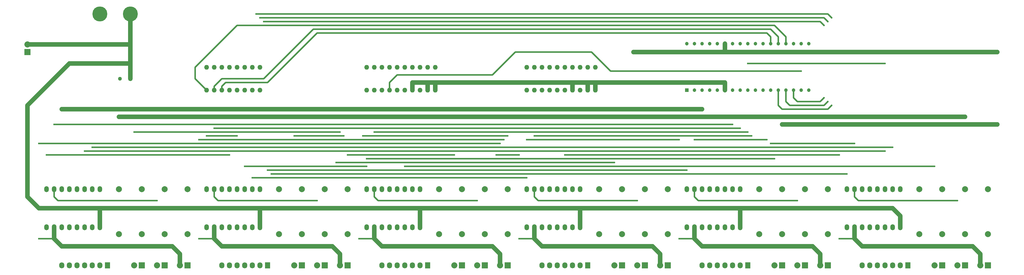
<source format=gbr>
G04 #@! TF.FileFunction,Copper,L1,Top,Signal*
%FSLAX46Y46*%
G04 Gerber Fmt 4.6, Leading zero omitted, Abs format (unit mm)*
G04 Created by KiCad (PCBNEW 4.0.3-stable) date 09/05/16 17:50:14*
%MOMM*%
%LPD*%
G01*
G04 APERTURE LIST*
%ADD10C,0.100000*%
%ADD11O,1.600000X1.600000*%
%ADD12C,1.200000*%
%ADD13R,1.200000X1.200000*%
%ADD14C,1.998980*%
%ADD15C,1.300000*%
%ADD16R,1.300000X1.300000*%
%ADD17R,1.727200X2.032000*%
%ADD18O,1.727200X2.032000*%
%ADD19R,2.032000X2.032000*%
%ADD20O,2.032000X2.032000*%
%ADD21O,1.500000X2.000000*%
%ADD22C,5.001260*%
%ADD23C,0.600000*%
%ADD24C,1.500000*%
%ADD25C,0.500000*%
G04 APERTURE END LIST*
D10*
D11*
X214630000Y-104140000D03*
X217170000Y-104140000D03*
X219710000Y-104140000D03*
X222250000Y-104140000D03*
X224790000Y-104140000D03*
X227330000Y-104140000D03*
X229870000Y-104140000D03*
X232410000Y-104140000D03*
X234950000Y-104140000D03*
X237490000Y-104140000D03*
X237490000Y-96520000D03*
X234950000Y-96520000D03*
X232410000Y-96520000D03*
X229870000Y-96520000D03*
X227330000Y-96520000D03*
X224790000Y-96520000D03*
X222250000Y-96520000D03*
X219710000Y-96520000D03*
X217170000Y-96520000D03*
X214630000Y-96520000D03*
D12*
X267970000Y-88644000D03*
X270510000Y-88644000D03*
X273050000Y-88644000D03*
X275590000Y-88644000D03*
X278130000Y-88644000D03*
X280670000Y-88644000D03*
X283210000Y-88644000D03*
X285750000Y-88644000D03*
X288290000Y-88644000D03*
X290830000Y-88644000D03*
X293370000Y-88644000D03*
X295910000Y-88644000D03*
X298450000Y-88644000D03*
X300990000Y-88644000D03*
X303530000Y-88644000D03*
X306070000Y-88644000D03*
X308610000Y-88644000D03*
D13*
X267970000Y-104136000D03*
D12*
X270510000Y-104136000D03*
X273050000Y-104136000D03*
X275590000Y-104136000D03*
X278130000Y-104136000D03*
X280670000Y-104136000D03*
X283210000Y-104136000D03*
X285750000Y-104136000D03*
X288290000Y-104136000D03*
X290830000Y-104136000D03*
X293370000Y-104136000D03*
X295910000Y-104136000D03*
X298450000Y-104136000D03*
X300990000Y-104136000D03*
X303530000Y-104136000D03*
X306070000Y-104136000D03*
X308610000Y-104136000D03*
D14*
X353060000Y-137160000D03*
X353060000Y-152160000D03*
D15*
X79050000Y-100330000D03*
D16*
X82550000Y-100330000D03*
D17*
X74930000Y-162560000D03*
D18*
X72390000Y-162560000D03*
X69850000Y-162560000D03*
X67310000Y-162560000D03*
X64770000Y-162560000D03*
X62230000Y-162560000D03*
X59690000Y-162560000D03*
D19*
X86360000Y-162560000D03*
D20*
X83820000Y-162560000D03*
D19*
X93980000Y-162560000D03*
D20*
X91440000Y-162560000D03*
D19*
X101600000Y-162560000D03*
D20*
X99060000Y-162560000D03*
D17*
X128270000Y-162560000D03*
D18*
X125730000Y-162560000D03*
X123190000Y-162560000D03*
X120650000Y-162560000D03*
X118110000Y-162560000D03*
X115570000Y-162560000D03*
X113030000Y-162560000D03*
D19*
X139700000Y-162560000D03*
D20*
X137160000Y-162560000D03*
D11*
X107950000Y-104140000D03*
X110490000Y-104140000D03*
X113030000Y-104140000D03*
X115570000Y-104140000D03*
X118110000Y-104140000D03*
X120650000Y-104140000D03*
X123190000Y-104140000D03*
X125730000Y-104140000D03*
X125730000Y-96520000D03*
X123190000Y-96520000D03*
X120650000Y-96520000D03*
X118110000Y-96520000D03*
X115570000Y-96520000D03*
X113030000Y-96520000D03*
X110490000Y-96520000D03*
X107950000Y-96520000D03*
D19*
X147320000Y-162560000D03*
D20*
X144780000Y-162560000D03*
D19*
X154940000Y-162560000D03*
D20*
X152400000Y-162560000D03*
D17*
X181610000Y-162560000D03*
D18*
X179070000Y-162560000D03*
X176530000Y-162560000D03*
X173990000Y-162560000D03*
X171450000Y-162560000D03*
X168910000Y-162560000D03*
X166370000Y-162560000D03*
D19*
X193040000Y-162560000D03*
D20*
X190500000Y-162560000D03*
D11*
X161290000Y-104140000D03*
X163830000Y-104140000D03*
X166370000Y-104140000D03*
X168910000Y-104140000D03*
X171450000Y-104140000D03*
X173990000Y-104140000D03*
X176530000Y-104140000D03*
X179070000Y-104140000D03*
X181610000Y-104140000D03*
X184150000Y-104140000D03*
X184150000Y-96520000D03*
X181610000Y-96520000D03*
X179070000Y-96520000D03*
X176530000Y-96520000D03*
X173990000Y-96520000D03*
X171450000Y-96520000D03*
X168910000Y-96520000D03*
X166370000Y-96520000D03*
X163830000Y-96520000D03*
X161290000Y-96520000D03*
D19*
X200660000Y-162560000D03*
D20*
X198120000Y-162560000D03*
D19*
X208280000Y-162560000D03*
D20*
X205740000Y-162560000D03*
D17*
X234950000Y-162560000D03*
D18*
X232410000Y-162560000D03*
X229870000Y-162560000D03*
X227330000Y-162560000D03*
X224790000Y-162560000D03*
X222250000Y-162560000D03*
X219710000Y-162560000D03*
D19*
X246380000Y-162560000D03*
D20*
X243840000Y-162560000D03*
D19*
X254000000Y-162560000D03*
D20*
X251460000Y-162560000D03*
D19*
X261620000Y-162560000D03*
D20*
X259080000Y-162560000D03*
D17*
X288290000Y-162560000D03*
D18*
X285750000Y-162560000D03*
X283210000Y-162560000D03*
X280670000Y-162560000D03*
X278130000Y-162560000D03*
X275590000Y-162560000D03*
X273050000Y-162560000D03*
D19*
X299720000Y-162560000D03*
D20*
X297180000Y-162560000D03*
D19*
X307340000Y-162560000D03*
D20*
X304800000Y-162560000D03*
D19*
X314960000Y-162560000D03*
D20*
X312420000Y-162560000D03*
D17*
X341630000Y-162560000D03*
D18*
X339090000Y-162560000D03*
X336550000Y-162560000D03*
X334010000Y-162560000D03*
X331470000Y-162560000D03*
X328930000Y-162560000D03*
X326390000Y-162560000D03*
D19*
X353060000Y-162560000D03*
D20*
X350520000Y-162560000D03*
D19*
X360680000Y-162560000D03*
D20*
X358140000Y-162560000D03*
D19*
X368300000Y-162560000D03*
D20*
X365760000Y-162560000D03*
D14*
X78740000Y-137160000D03*
X78740000Y-152160000D03*
X86360000Y-137160000D03*
X86360000Y-152160000D03*
X93980000Y-137160000D03*
X93980000Y-152160000D03*
X101600000Y-137160000D03*
X101600000Y-152160000D03*
X132080000Y-137160000D03*
X132080000Y-152160000D03*
X139700000Y-137160000D03*
X139700000Y-152160000D03*
X147320000Y-137160000D03*
X147320000Y-152160000D03*
X154940000Y-137160000D03*
X154940000Y-152160000D03*
X185420000Y-137160000D03*
X185420000Y-152160000D03*
X193040000Y-137160000D03*
X193040000Y-152160000D03*
X200660000Y-137160000D03*
X200660000Y-152160000D03*
X208280000Y-137160000D03*
X208280000Y-152160000D03*
X238760000Y-137160000D03*
X238760000Y-152160000D03*
X246380000Y-137160000D03*
X246380000Y-152160000D03*
X254000000Y-137160000D03*
X254000000Y-152160000D03*
X261620000Y-137160000D03*
X261620000Y-152160000D03*
X292100000Y-137160000D03*
X292100000Y-152160000D03*
X299720000Y-137160000D03*
X299720000Y-152160000D03*
X307340000Y-137160000D03*
X307340000Y-152160000D03*
X314960000Y-137160000D03*
X314960000Y-152160000D03*
X345440000Y-137160000D03*
X345440000Y-152160000D03*
X360680000Y-137160000D03*
X360680000Y-152160000D03*
X368300000Y-137160000D03*
X368300000Y-152160000D03*
D21*
X72390000Y-149860000D03*
X72390000Y-137160000D03*
X69850000Y-149860000D03*
X69850000Y-137160000D03*
X67310000Y-149860000D03*
X67310000Y-137160000D03*
X64770000Y-149860000D03*
X64770000Y-137160000D03*
X62230000Y-149860000D03*
X62230000Y-137160000D03*
X59690000Y-149860000D03*
X59690000Y-137160000D03*
X57150000Y-149860000D03*
X57150000Y-137160000D03*
X54610000Y-149860000D03*
X54610000Y-137160000D03*
X125730000Y-149860000D03*
X125730000Y-137160000D03*
X123190000Y-149860000D03*
X123190000Y-137160000D03*
X120650000Y-149860000D03*
X120650000Y-137160000D03*
X118110000Y-149860000D03*
X118110000Y-137160000D03*
X115570000Y-149860000D03*
X115570000Y-137160000D03*
X113030000Y-149860000D03*
X113030000Y-137160000D03*
X110490000Y-149860000D03*
X110490000Y-137160000D03*
X107950000Y-149860000D03*
X107950000Y-137160000D03*
X179070000Y-149860000D03*
X179070000Y-137160000D03*
X176530000Y-149860000D03*
X176530000Y-137160000D03*
X173990000Y-149860000D03*
X173990000Y-137160000D03*
X171450000Y-149860000D03*
X171450000Y-137160000D03*
X168910000Y-149860000D03*
X168910000Y-137160000D03*
X166370000Y-149860000D03*
X166370000Y-137160000D03*
X163830000Y-149860000D03*
X163830000Y-137160000D03*
X161290000Y-149860000D03*
X161290000Y-137160000D03*
X232410000Y-149860000D03*
X232410000Y-137160000D03*
X229870000Y-149860000D03*
X229870000Y-137160000D03*
X227330000Y-149860000D03*
X227330000Y-137160000D03*
X224790000Y-149860000D03*
X224790000Y-137160000D03*
X222250000Y-149860000D03*
X222250000Y-137160000D03*
X219710000Y-149860000D03*
X219710000Y-137160000D03*
X217170000Y-149860000D03*
X217170000Y-137160000D03*
X214630000Y-149860000D03*
X214630000Y-137160000D03*
X285750000Y-149860000D03*
X285750000Y-137160000D03*
X283210000Y-149860000D03*
X283210000Y-137160000D03*
X280670000Y-149860000D03*
X280670000Y-137160000D03*
X278130000Y-149860000D03*
X278130000Y-137160000D03*
X275590000Y-149860000D03*
X275590000Y-137160000D03*
X273050000Y-149860000D03*
X273050000Y-137160000D03*
X270510000Y-149860000D03*
X270510000Y-137160000D03*
X267970000Y-149860000D03*
X267970000Y-137160000D03*
X339090000Y-149860000D03*
X339090000Y-137160000D03*
X336550000Y-149860000D03*
X336550000Y-137160000D03*
X334010000Y-149860000D03*
X334010000Y-137160000D03*
X331470000Y-149860000D03*
X331470000Y-137160000D03*
X328930000Y-149860000D03*
X328930000Y-137160000D03*
X326390000Y-149860000D03*
X326390000Y-137160000D03*
X323850000Y-149860000D03*
X323850000Y-137160000D03*
X321310000Y-149860000D03*
X321310000Y-137160000D03*
D22*
X72390000Y-78740000D03*
X82550000Y-78740000D03*
D19*
X48260000Y-91440000D03*
D20*
X48260000Y-88900000D03*
D23*
X360680000Y-113030000D03*
X307340000Y-113030000D03*
X254000000Y-113030000D03*
X200660000Y-113030000D03*
X147320000Y-113030000D03*
X93980000Y-113030000D03*
X280670000Y-113030000D03*
X176530000Y-113030000D03*
X229870000Y-113030000D03*
X238760000Y-113030000D03*
X275590000Y-101600000D03*
X125730000Y-113030000D03*
X345440000Y-113030000D03*
X292100000Y-113030000D03*
X185420000Y-113030000D03*
X132080000Y-113030000D03*
X78740000Y-113030000D03*
X283210000Y-123190000D03*
X229870000Y-123190000D03*
X124460000Y-123190000D03*
X176530000Y-123190000D03*
X336550000Y-123190000D03*
X69850000Y-123190000D03*
X280670000Y-124460000D03*
X228600000Y-124460000D03*
X121920000Y-124460000D03*
X175260000Y-124460000D03*
X334010000Y-124460000D03*
X67310000Y-124460000D03*
X288290000Y-95250000D03*
X334010000Y-95250000D03*
X173990000Y-137160000D03*
X371475000Y-115570000D03*
X353060000Y-115570000D03*
X299720000Y-115570000D03*
X246380000Y-110490000D03*
X193040000Y-110490000D03*
X139700000Y-110490000D03*
X86360000Y-110490000D03*
X101600000Y-110490000D03*
X261620000Y-110490000D03*
X326390000Y-115570000D03*
X314960000Y-115570000D03*
X326390000Y-91440000D03*
X273050000Y-110490000D03*
X219710000Y-110490000D03*
X166370000Y-110490000D03*
X113030000Y-110490000D03*
X59690000Y-110490000D03*
X250190000Y-91440000D03*
X371475000Y-91440000D03*
X104140000Y-110490000D03*
X157480000Y-110490000D03*
X179070000Y-110490000D03*
X187960000Y-110490000D03*
X210820000Y-110490000D03*
X241300000Y-110490000D03*
X232410000Y-110490000D03*
X173990000Y-82550000D03*
X227330000Y-82550000D03*
X179070000Y-83820000D03*
X232410000Y-83820000D03*
X181610000Y-85090000D03*
X234950000Y-85090000D03*
X313690000Y-106680000D03*
X127000000Y-81280000D03*
X313690000Y-82550000D03*
X314960000Y-107950000D03*
X125730000Y-80010000D03*
X314960000Y-81280000D03*
X316230000Y-109220000D03*
X124460000Y-78740000D03*
X316230000Y-80010000D03*
X306070000Y-97790000D03*
X52070000Y-153670000D03*
X52070000Y-121920000D03*
X205740000Y-121920000D03*
X91440000Y-140970000D03*
X283210000Y-115570000D03*
X57150000Y-115570000D03*
X54610000Y-125730000D03*
X115570000Y-125730000D03*
X83820000Y-118110000D03*
X152400000Y-118110000D03*
X105410000Y-153670000D03*
X105410000Y-120650000D03*
X207010000Y-120650000D03*
X144780000Y-140970000D03*
X110490000Y-116840000D03*
X285750000Y-116840000D03*
X107950000Y-119380000D03*
X118110000Y-119380000D03*
X137160000Y-119380000D03*
X153670000Y-119380000D03*
X120650000Y-129540000D03*
X161290000Y-129540000D03*
X214630000Y-133350000D03*
X123190000Y-133350000D03*
X267970000Y-130810000D03*
X128270000Y-130810000D03*
X321310000Y-132080000D03*
X129540000Y-132080000D03*
X158750000Y-153670000D03*
X160020000Y-119380000D03*
X208280000Y-119380000D03*
X198120000Y-140970000D03*
X163830000Y-118110000D03*
X288290000Y-118110000D03*
X190500000Y-125730000D03*
X154940000Y-125730000D03*
X297180000Y-127000000D03*
X161290000Y-127000000D03*
X350520000Y-129540000D03*
X173990000Y-129540000D03*
X243840000Y-128270000D03*
X151130000Y-128270000D03*
X212090000Y-153670000D03*
X212090000Y-125730000D03*
X204470000Y-125730000D03*
X251460000Y-140970000D03*
X217170000Y-119380000D03*
X289560000Y-119380000D03*
X270510000Y-153670000D03*
X265430000Y-153670000D03*
X265430000Y-120650000D03*
X214630000Y-120650000D03*
X318770000Y-125730000D03*
X227330000Y-125730000D03*
X318770000Y-153670000D03*
X304800000Y-140970000D03*
X270510000Y-120650000D03*
X294640000Y-120650000D03*
X358140000Y-140970000D03*
X323850000Y-121920000D03*
X295910000Y-121920000D03*
D24*
X360680000Y-113030000D02*
X345440000Y-113030000D01*
X280670000Y-104136000D02*
X280670000Y-101600000D01*
X280670000Y-101600000D02*
X275590000Y-101600000D01*
X275590000Y-101600000D02*
X237490000Y-101600000D01*
X292100000Y-113030000D02*
X307340000Y-113030000D01*
X307340000Y-113030000D02*
X345440000Y-113030000D01*
X292100000Y-113030000D02*
X280670000Y-113030000D01*
X280670000Y-113030000D02*
X254000000Y-113030000D01*
X254000000Y-113030000D02*
X238760000Y-113030000D01*
X238760000Y-113030000D02*
X229870000Y-113030000D01*
X229870000Y-113030000D02*
X200660000Y-113030000D01*
X200660000Y-113030000D02*
X185420000Y-113030000D01*
X132080000Y-113030000D02*
X147320000Y-113030000D01*
X147320000Y-113030000D02*
X176530000Y-113030000D01*
X176530000Y-113030000D02*
X185420000Y-113030000D01*
X125730000Y-113030000D02*
X132080000Y-113030000D01*
X125730000Y-113030000D02*
X93980000Y-113030000D01*
X93980000Y-113030000D02*
X78740000Y-113030000D01*
X184150000Y-101600000D02*
X184150000Y-104140000D01*
X181610000Y-101600000D02*
X181610000Y-104140000D01*
X229870000Y-101600000D02*
X184150000Y-101600000D01*
X184150000Y-101600000D02*
X181610000Y-101600000D01*
X181610000Y-101600000D02*
X176530000Y-101600000D01*
X176530000Y-101600000D02*
X176530000Y-104140000D01*
X234950000Y-101600000D02*
X229870000Y-101600000D01*
X229870000Y-101600000D02*
X229870000Y-104140000D01*
X237490000Y-101600000D02*
X237490000Y-104140000D01*
X234950000Y-104140000D02*
X234950000Y-101600000D01*
X234950000Y-101600000D02*
X237490000Y-101600000D01*
X48260000Y-88900000D02*
X82550000Y-88900000D01*
X82550000Y-95250000D02*
X82550000Y-88900000D01*
X82550000Y-88900000D02*
X82550000Y-78740000D01*
X48260000Y-109220000D02*
X48260000Y-139700000D01*
X52070000Y-143510000D02*
X48260000Y-139700000D01*
X48260000Y-109220000D02*
X62230000Y-95250000D01*
X82550000Y-95250000D02*
X62230000Y-95250000D01*
X52070000Y-143510000D02*
X72390000Y-143510000D01*
X285750000Y-143510000D02*
X336550000Y-143510000D01*
X339090000Y-146050000D02*
X339090000Y-149860000D01*
X336550000Y-143510000D02*
X339090000Y-146050000D01*
X285750000Y-149860000D02*
X285750000Y-143510000D01*
X232410000Y-149860000D02*
X232410000Y-143510000D01*
X179070000Y-149860000D02*
X179070000Y-143510000D01*
X125730000Y-149860000D02*
X125730000Y-143510000D01*
X72390000Y-149860000D02*
X72390000Y-143510000D01*
X285750000Y-143510000D02*
X232410000Y-143510000D01*
X232410000Y-143510000D02*
X179070000Y-143510000D01*
X179070000Y-143510000D02*
X125730000Y-143510000D01*
X125730000Y-143510000D02*
X72390000Y-143510000D01*
X82550000Y-100330000D02*
X82550000Y-95250000D01*
D25*
X69850000Y-123190000D02*
X124460000Y-123190000D01*
X124460000Y-123190000D02*
X176530000Y-123190000D01*
X176530000Y-123190000D02*
X229870000Y-123190000D01*
X229870000Y-123190000D02*
X283210000Y-123190000D01*
X283210000Y-123190000D02*
X336550000Y-123190000D01*
X175260000Y-124460000D02*
X228600000Y-124460000D01*
X228600000Y-124460000D02*
X280670000Y-124460000D01*
X280670000Y-124460000D02*
X334010000Y-124460000D01*
X67310000Y-124460000D02*
X121920000Y-124460000D01*
X121920000Y-124460000D02*
X175260000Y-124460000D01*
X288290000Y-95250000D02*
X334010000Y-95250000D01*
D24*
X353060000Y-115570000D02*
X371475000Y-115570000D01*
X353060000Y-115570000D02*
X326390000Y-115570000D01*
X299720000Y-115570000D02*
X314960000Y-115570000D01*
X314960000Y-115570000D02*
X326390000Y-115570000D01*
X273050000Y-110490000D02*
X261620000Y-110490000D01*
X261620000Y-110490000D02*
X246380000Y-110490000D01*
X246380000Y-110490000D02*
X241300000Y-110490000D01*
X104140000Y-110490000D02*
X101600000Y-110490000D01*
X101600000Y-110490000D02*
X86360000Y-110490000D01*
X86360000Y-110490000D02*
X59690000Y-110490000D01*
X280670000Y-91440000D02*
X280670000Y-88644000D01*
X326390000Y-91440000D02*
X371475000Y-91440000D01*
X250190000Y-91440000D02*
X280670000Y-91440000D01*
X280670000Y-91440000D02*
X326390000Y-91440000D01*
X157480000Y-110490000D02*
X139700000Y-110490000D01*
X139700000Y-110490000D02*
X113030000Y-110490000D01*
X113030000Y-110490000D02*
X104140000Y-110490000D01*
X179070000Y-110490000D02*
X166370000Y-110490000D01*
X166370000Y-110490000D02*
X157480000Y-110490000D01*
X187960000Y-110490000D02*
X179070000Y-110490000D01*
X210820000Y-110490000D02*
X193040000Y-110490000D01*
X193040000Y-110490000D02*
X187960000Y-110490000D01*
X232410000Y-110490000D02*
X219710000Y-110490000D01*
X219710000Y-110490000D02*
X210820000Y-110490000D01*
X241300000Y-110490000D02*
X232410000Y-110490000D01*
D25*
X297180000Y-82550000D02*
X227330000Y-82550000D01*
X227330000Y-82550000D02*
X173990000Y-82550000D01*
X173990000Y-82550000D02*
X118110000Y-82550000D01*
X300990000Y-86360000D02*
X297180000Y-82550000D01*
X300990000Y-88644000D02*
X300990000Y-86360000D01*
X104140000Y-100330000D02*
X107950000Y-104140000D01*
X104140000Y-96520000D02*
X104140000Y-100330000D01*
X118110000Y-82550000D02*
X104140000Y-96520000D01*
X295910000Y-83820000D02*
X232410000Y-83820000D01*
X232410000Y-83820000D02*
X179070000Y-83820000D01*
X179070000Y-83820000D02*
X143510000Y-83820000D01*
X298450000Y-86360000D02*
X295910000Y-83820000D01*
X298450000Y-88644000D02*
X298450000Y-86360000D01*
X110490000Y-102870000D02*
X110490000Y-104140000D01*
X113030000Y-100330000D02*
X110490000Y-102870000D01*
X127000000Y-100330000D02*
X113030000Y-100330000D01*
X143510000Y-83820000D02*
X127000000Y-100330000D01*
X294640000Y-85090000D02*
X234950000Y-85090000D01*
X234950000Y-85090000D02*
X181610000Y-85090000D01*
X181610000Y-85090000D02*
X144780000Y-85090000D01*
X295910000Y-86360000D02*
X294640000Y-85090000D01*
X295910000Y-88644000D02*
X295910000Y-86360000D01*
X113030000Y-102870000D02*
X113030000Y-104140000D01*
X114300000Y-101600000D02*
X113030000Y-102870000D01*
X128270000Y-101600000D02*
X114300000Y-101600000D01*
X144780000Y-85090000D02*
X128270000Y-101600000D01*
X312420000Y-81280000D02*
X127000000Y-81280000D01*
X313690000Y-82550000D02*
X312420000Y-81280000D01*
X303530000Y-106680000D02*
X303530000Y-104136000D01*
X312420000Y-107950000D02*
X313690000Y-106680000D01*
X304800000Y-107950000D02*
X312420000Y-107950000D01*
X303530000Y-106680000D02*
X304800000Y-107950000D01*
X313690000Y-80010000D02*
X125730000Y-80010000D01*
X314960000Y-81280000D02*
X313690000Y-80010000D01*
X302260000Y-109220000D02*
X313690000Y-109220000D01*
X300990000Y-107950000D02*
X302260000Y-109220000D01*
X300990000Y-107950000D02*
X300990000Y-104136000D01*
X313690000Y-109220000D02*
X314960000Y-107950000D01*
X314960000Y-78740000D02*
X124460000Y-78740000D01*
X316230000Y-80010000D02*
X314960000Y-78740000D01*
X299720000Y-110490000D02*
X314960000Y-110490000D01*
X298450000Y-109220000D02*
X299720000Y-110490000D01*
X298450000Y-109220000D02*
X298450000Y-104136000D01*
X314960000Y-110490000D02*
X316230000Y-109220000D01*
X210820000Y-91440000D02*
X236220000Y-91440000D01*
X242570000Y-97790000D02*
X236220000Y-91440000D01*
X168910000Y-104140000D02*
X168910000Y-101600000D01*
X242570000Y-97790000D02*
X306070000Y-97790000D01*
X203200000Y-99060000D02*
X210820000Y-91440000D01*
X171450000Y-99060000D02*
X203200000Y-99060000D01*
X168910000Y-101600000D02*
X171450000Y-99060000D01*
X52070000Y-153670000D02*
X57150000Y-153670000D01*
X205740000Y-121920000D02*
X52070000Y-121920000D01*
D24*
X99060000Y-162560000D02*
X99060000Y-158750000D01*
X57150000Y-153670000D02*
X57150000Y-149860000D01*
X59690000Y-156210000D02*
X57150000Y-153670000D01*
X96520000Y-156210000D02*
X59690000Y-156210000D01*
X99060000Y-158750000D02*
X96520000Y-156210000D01*
D25*
X58420000Y-140970000D02*
X91440000Y-140970000D01*
X57150000Y-139700000D02*
X57150000Y-137160000D01*
X58420000Y-140970000D02*
X57150000Y-139700000D01*
X283210000Y-115570000D02*
X57150000Y-115570000D01*
X115570000Y-125730000D02*
X54610000Y-125730000D01*
X152400000Y-118110000D02*
X83820000Y-118110000D01*
X105410000Y-153670000D02*
X110490000Y-153670000D01*
X207010000Y-120650000D02*
X105410000Y-120650000D01*
D24*
X152400000Y-162560000D02*
X152400000Y-158750000D01*
X110490000Y-153670000D02*
X110490000Y-149860000D01*
X113030000Y-156210000D02*
X110490000Y-153670000D01*
X149860000Y-156210000D02*
X113030000Y-156210000D01*
X152400000Y-158750000D02*
X149860000Y-156210000D01*
D25*
X111760000Y-140970000D02*
X144780000Y-140970000D01*
X110490000Y-139700000D02*
X111760000Y-140970000D01*
X110490000Y-139700000D02*
X110490000Y-137160000D01*
X285750000Y-116840000D02*
X110490000Y-116840000D01*
X118110000Y-119380000D02*
X107950000Y-119380000D01*
X153670000Y-119380000D02*
X137160000Y-119380000D01*
X161290000Y-129540000D02*
X120650000Y-129540000D01*
X123190000Y-133350000D02*
X214630000Y-133350000D01*
X128270000Y-130810000D02*
X267970000Y-130810000D01*
X129540000Y-132080000D02*
X321310000Y-132080000D01*
X163830000Y-153670000D02*
X158750000Y-153670000D01*
X208280000Y-119380000D02*
X160020000Y-119380000D01*
D24*
X163830000Y-149860000D02*
X163830000Y-153670000D01*
X205740000Y-158750000D02*
X205740000Y-162560000D01*
X203200000Y-156210000D02*
X205740000Y-158750000D01*
X166370000Y-156210000D02*
X203200000Y-156210000D01*
X163830000Y-153670000D02*
X166370000Y-156210000D01*
D25*
X198120000Y-140970000D02*
X165100000Y-140970000D01*
X165100000Y-140970000D02*
X163830000Y-139700000D01*
X163830000Y-137160000D02*
X163830000Y-139700000D01*
X288290000Y-118110000D02*
X163830000Y-118110000D01*
X154940000Y-125730000D02*
X190500000Y-125730000D01*
X161290000Y-127000000D02*
X297180000Y-127000000D01*
X173990000Y-129540000D02*
X350520000Y-129540000D01*
X243840000Y-128270000D02*
X151130000Y-128270000D01*
X212090000Y-153670000D02*
X217170000Y-153670000D01*
X204470000Y-125730000D02*
X212090000Y-125730000D01*
D24*
X219710000Y-156210000D02*
X256540000Y-156210000D01*
X217170000Y-153670000D02*
X219710000Y-156210000D01*
X217170000Y-149860000D02*
X217170000Y-153670000D01*
X259080000Y-158750000D02*
X259080000Y-162560000D01*
X256540000Y-156210000D02*
X259080000Y-158750000D01*
D25*
X218440000Y-140970000D02*
X251460000Y-140970000D01*
X217170000Y-139700000D02*
X218440000Y-140970000D01*
X217170000Y-137160000D02*
X217170000Y-139700000D01*
X289560000Y-119380000D02*
X217170000Y-119380000D01*
X265430000Y-153670000D02*
X270510000Y-153670000D01*
X214630000Y-120650000D02*
X265430000Y-120650000D01*
D24*
X270510000Y-149860000D02*
X270510000Y-153670000D01*
X312420000Y-158750000D02*
X312420000Y-162560000D01*
X309880000Y-156210000D02*
X312420000Y-158750000D01*
X273050000Y-156210000D02*
X309880000Y-156210000D01*
X270510000Y-153670000D02*
X273050000Y-156210000D01*
D25*
X227330000Y-125730000D02*
X318770000Y-125730000D01*
X318770000Y-153670000D02*
X323850000Y-153670000D01*
D24*
X323850000Y-149860000D02*
X323850000Y-153670000D01*
X365760000Y-158750000D02*
X365760000Y-162560000D01*
X363220000Y-156210000D02*
X365760000Y-158750000D01*
X326390000Y-156210000D02*
X363220000Y-156210000D01*
X323850000Y-153670000D02*
X326390000Y-156210000D01*
D25*
X271780000Y-140970000D02*
X304800000Y-140970000D01*
X270510000Y-137160000D02*
X270510000Y-139700000D01*
X270510000Y-139700000D02*
X271780000Y-140970000D01*
X294640000Y-120650000D02*
X270510000Y-120650000D01*
X325120000Y-140970000D02*
X358140000Y-140970000D01*
X323850000Y-137160000D02*
X323850000Y-139700000D01*
X323850000Y-139700000D02*
X325120000Y-140970000D01*
X295910000Y-121920000D02*
X323850000Y-121920000D01*
M02*

</source>
